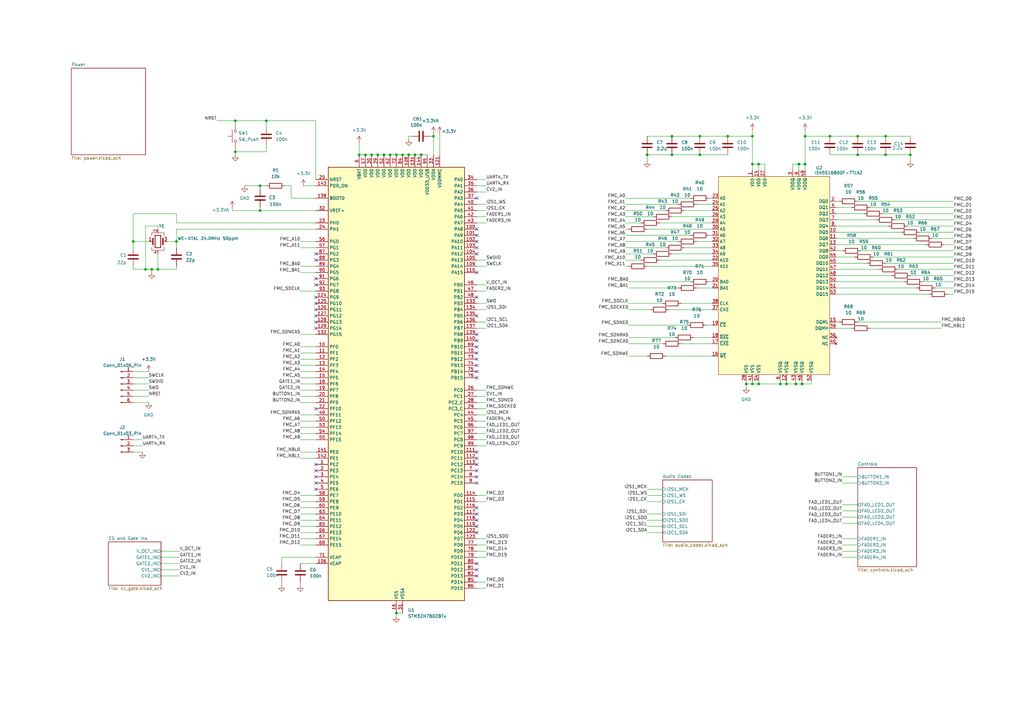
<source format=kicad_sch>
(kicad_sch (version 20231120) (generator "eeschema") (generator_version "8.0")
  (paper "A3")
  (junction (at 330.2 55.88))
  (junction (at 162.56 63.5))
  (junction (at 326.39 157.48))
  (junction (at 165.1 63.5))
  (junction (at 275.59 55.88))
  (junction (at 351.79 55.88))
  (junction (at 351.79 63.5))
  (junction (at 327.66 67.31))
  (junction (at 59.69 110.49))
  (junction (at 167.64 63.5))
  (junction (at 160.02 63.5))
  (junction (at 308.61 157.48))
  (junction (at 177.8 55.88))
  (junction (at 363.22 55.88))
  (junction (at 363.22 63.5))
  (junction (at 96.52 62.23))
  (junction (at 106.68 86.36))
  (junction (at 330.2 67.31))
  (junction (at 62.23 110.49))
  (junction (at 287.02 63.5))
  (junction (at 308.61 67.31))
  (junction (at 311.15 67.31))
  (junction (at 170.18 63.5))
  (junction (at 172.72 63.5))
  (junction (at 287.02 55.88))
  (junction (at 265.43 63.5))
  (junction (at 340.36 55.88))
  (junction (at 149.86 63.5))
  (junction (at 320.04 157.48))
  (junction (at 64.77 110.49))
  (junction (at 96.52 49.53))
  (junction (at 298.45 55.88))
  (junction (at 152.4 63.5))
  (junction (at 54.61 99.06))
  (junction (at 157.48 63.5))
  (junction (at 109.22 49.53))
  (junction (at 72.39 99.06))
  (junction (at 322.58 157.48))
  (junction (at 162.56 251.46))
  (junction (at 311.15 157.48))
  (junction (at 147.32 63.5))
  (junction (at 308.61 55.88))
  (junction (at 154.94 63.5))
  (junction (at 373.38 63.5))
  (junction (at 328.93 157.48))
  (junction (at 106.68 76.2))
  (junction (at 275.59 63.5))
  (junction (at 306.07 157.48))
  (no_connect (at 195.58 198.12))
  (no_connect (at 195.58 231.14))
  (no_connect (at 129.54 116.84))
  (no_connect (at 129.54 121.92))
  (no_connect (at 195.58 190.5))
  (no_connect (at 195.58 101.6))
  (no_connect (at 195.58 208.28))
  (no_connect (at 195.58 218.44))
  (no_connect (at 195.58 137.16))
  (no_connect (at 195.58 104.14))
  (no_connect (at 195.58 93.98))
  (no_connect (at 195.58 121.92))
  (no_connect (at 195.58 236.22))
  (no_connect (at 195.58 154.94))
  (no_connect (at 129.54 127))
  (no_connect (at 129.54 124.46))
  (no_connect (at 195.58 139.7))
  (no_connect (at 195.58 81.28))
  (no_connect (at 195.58 99.06))
  (no_connect (at 129.54 114.3))
  (no_connect (at 195.58 152.4))
  (no_connect (at 195.58 195.58))
  (no_connect (at 129.54 167.64))
  (no_connect (at 195.58 215.9))
  (no_connect (at 129.54 193.04))
  (no_connect (at 129.54 104.14))
  (no_connect (at 129.54 200.66))
  (no_connect (at 195.58 187.96))
  (no_connect (at 195.58 129.54))
  (no_connect (at 195.58 147.32))
  (no_connect (at 195.58 111.76))
  (no_connect (at 129.54 198.12))
  (no_connect (at 129.54 106.68))
  (no_connect (at 195.58 142.24))
  (no_connect (at 129.54 129.54))
  (no_connect (at 195.58 233.68))
  (no_connect (at 195.58 193.04))
  (no_connect (at 195.58 144.78))
  (no_connect (at 129.54 190.5))
  (no_connect (at 129.54 195.58))
  (no_connect (at 195.58 149.86))
  (no_connect (at 129.54 134.62))
  (no_connect (at 129.54 132.08))
  (no_connect (at 195.58 96.52))
  (no_connect (at 195.58 213.36))
  (no_connect (at 195.58 185.42))
  (no_connect (at 195.58 210.82))
  (wire (pts (xy 129.54 86.36) (xy 106.68 86.36)))
  (wire (pts (xy 54.61 152.4) (xy 60.96 152.4)))
  (wire (pts (xy 342.9 82.55) (xy 344.17 82.55)))
  (wire (pts (xy 257.81 146.05) (xy 265.43 146.05)))
  (wire (pts (xy 62.23 110.49) (xy 64.77 110.49)))
  (wire (pts (xy 256.54 86.36) (xy 273.05 86.36)))
  (wire (pts (xy 96.52 49.53) (xy 109.22 49.53)))
  (wire (pts (xy 342.9 120.65) (xy 381 120.65)))
  (wire (pts (xy 59.69 92.71) (xy 59.69 110.49)))
  (wire (pts (xy 157.48 63.5) (xy 160.02 63.5)))
  (wire (pts (xy 342.9 134.62) (xy 349.25 134.62)))
  (wire (pts (xy 298.45 55.88) (xy 308.61 55.88)))
  (wire (pts (xy 363.22 107.95) (xy 391.16 107.95)))
  (wire (pts (xy 342.9 85.09) (xy 349.25 85.09)))
  (wire (pts (xy 361.95 87.63) (xy 391.16 87.63)))
  (wire (pts (xy 123.19 238.76) (xy 123.19 240.03)))
  (wire (pts (xy 270.51 106.68) (xy 292.1 106.68)))
  (wire (pts (xy 123.19 177.8) (xy 129.54 177.8)))
  (wire (pts (xy 342.9 102.87) (xy 345.44 102.87)))
  (wire (pts (xy 308.61 156.21) (xy 308.61 157.48)))
  (wire (pts (xy 373.38 63.5) (xy 363.22 63.5)))
  (wire (pts (xy 123.19 215.9) (xy 129.54 215.9)))
  (wire (pts (xy 154.94 63.5) (xy 157.48 63.5)))
  (wire (pts (xy 195.58 78.74) (xy 199.39 78.74)))
  (wire (pts (xy 320.04 157.48) (xy 322.58 157.48)))
  (wire (pts (xy 342.9 113.03) (xy 365.76 113.03)))
  (wire (pts (xy 54.61 99.06) (xy 60.96 99.06)))
  (wire (pts (xy 388.62 120.65) (xy 391.16 120.65)))
  (wire (pts (xy 328.93 157.48) (xy 332.74 157.48)))
  (wire (pts (xy 88.9 49.53) (xy 96.52 49.53)))
  (wire (pts (xy 256.54 99.06) (xy 278.13 99.06)))
  (wire (pts (xy 308.61 67.31) (xy 308.61 69.85)))
  (wire (pts (xy 195.58 241.3) (xy 199.39 241.3)))
  (wire (pts (xy 170.18 63.5) (xy 172.72 63.5)))
  (wire (pts (xy 306.07 157.48) (xy 306.07 158.75)))
  (wire (pts (xy 195.58 88.9) (xy 199.39 88.9)))
  (wire (pts (xy 342.9 132.08) (xy 344.17 132.08)))
  (wire (pts (xy 195.58 116.84) (xy 199.39 116.84)))
  (wire (pts (xy 313.69 67.31) (xy 313.69 69.85)))
  (wire (pts (xy 123.19 208.28) (xy 129.54 208.28)))
  (wire (pts (xy 160.02 63.5) (xy 162.56 63.5)))
  (wire (pts (xy 54.61 87.63) (xy 54.61 99.06)))
  (wire (pts (xy 66.04 228.6) (xy 73.66 228.6)))
  (wire (pts (xy 115.57 238.76) (xy 115.57 240.03)))
  (wire (pts (xy 311.15 157.48) (xy 320.04 157.48)))
  (wire (pts (xy 54.61 162.56) (xy 60.96 162.56)))
  (wire (pts (xy 195.58 134.62) (xy 199.39 134.62)))
  (wire (pts (xy 285.75 118.11) (xy 292.1 118.11)))
  (wire (pts (xy 54.61 180.34) (xy 58.42 180.34)))
  (wire (pts (xy 195.58 167.64) (xy 199.39 167.64)))
  (wire (pts (xy 287.02 55.88) (xy 298.45 55.88)))
  (wire (pts (xy 322.58 156.21) (xy 322.58 157.48)))
  (wire (pts (xy 345.44 207.01) (xy 351.79 207.01)))
  (wire (pts (xy 342.9 115.57) (xy 370.84 115.57)))
  (wire (pts (xy 123.19 154.94) (xy 129.54 154.94)))
  (wire (pts (xy 72.39 110.49) (xy 72.39 109.22)))
  (wire (pts (xy 265.43 210.82) (xy 271.78 210.82)))
  (wire (pts (xy 265.43 63.5) (xy 265.43 66.04)))
  (wire (pts (xy 256.54 81.28) (xy 283.21 81.28)))
  (wire (pts (xy 109.22 76.2) (xy 106.68 76.2)))
  (wire (pts (xy 119.38 81.28) (xy 129.54 81.28)))
  (wire (pts (xy 96.52 63.5) (xy 96.52 62.23)))
  (wire (pts (xy 256.54 88.9) (xy 267.97 88.9)))
  (wire (pts (xy 257.81 124.46) (xy 271.78 124.46)))
  (wire (pts (xy 162.56 252.73) (xy 162.56 251.46)))
  (wire (pts (xy 279.4 124.46) (xy 292.1 124.46)))
  (wire (pts (xy 195.58 132.08) (xy 199.39 132.08)))
  (wire (pts (xy 195.58 109.22) (xy 199.39 109.22)))
  (wire (pts (xy 195.58 76.2) (xy 199.39 76.2)))
  (wire (pts (xy 106.68 76.2) (xy 100.33 76.2)))
  (wire (pts (xy 54.61 165.1) (xy 60.96 165.1)))
  (wire (pts (xy 308.61 55.88) (xy 308.61 67.31)))
  (wire (pts (xy 356.87 134.62) (xy 386.08 134.62)))
  (wire (pts (xy 265.43 205.74) (xy 271.78 205.74)))
  (wire (pts (xy 327.66 67.31) (xy 325.12 67.31)))
  (wire (pts (xy 106.68 86.36) (xy 95.25 86.36)))
  (wire (pts (xy 129.54 228.6) (xy 115.57 228.6)))
  (wire (pts (xy 123.19 144.78) (xy 129.54 144.78)))
  (wire (pts (xy 351.79 55.88) (xy 340.36 55.88)))
  (wire (pts (xy 66.04 231.14) (xy 73.66 231.14)))
  (wire (pts (xy 195.58 238.76) (xy 199.39 238.76)))
  (wire (pts (xy 377.19 95.25) (xy 391.16 95.25)))
  (wire (pts (xy 199.39 172.72) (xy 195.58 172.72)))
  (wire (pts (xy 180.34 54.61) (xy 180.34 63.5)))
  (wire (pts (xy 54.61 157.48) (xy 60.96 157.48)))
  (wire (pts (xy 116.84 76.2) (xy 119.38 76.2)))
  (wire (pts (xy 54.61 110.49) (xy 54.61 109.22)))
  (wire (pts (xy 123.19 165.1) (xy 129.54 165.1)))
  (wire (pts (xy 356.87 85.09) (xy 391.16 85.09)))
  (wire (pts (xy 345.44 195.58) (xy 351.79 195.58)))
  (wire (pts (xy 64.77 104.14) (xy 64.77 110.49)))
  (wire (pts (xy 280.67 86.36) (xy 292.1 86.36)))
  (wire (pts (xy 265.43 109.22) (xy 292.1 109.22)))
  (wire (pts (xy 308.61 67.31) (xy 311.15 67.31)))
  (wire (pts (xy 59.69 110.49) (xy 62.23 110.49)))
  (wire (pts (xy 72.39 91.44) (xy 129.54 91.44)))
  (wire (pts (xy 195.58 175.26) (xy 199.39 175.26)))
  (wire (pts (xy 123.19 142.24) (xy 129.54 142.24)))
  (wire (pts (xy 358.14 105.41) (xy 391.16 105.41)))
  (wire (pts (xy 147.32 58.42) (xy 147.32 63.5)))
  (wire (pts (xy 320.04 156.21) (xy 320.04 157.48)))
  (wire (pts (xy 54.61 110.49) (xy 59.69 110.49)))
  (wire (pts (xy 345.44 209.55) (xy 351.79 209.55)))
  (wire (pts (xy 62.23 110.49) (xy 62.23 111.76)))
  (wire (pts (xy 54.61 154.94) (xy 60.96 154.94)))
  (wire (pts (xy 199.39 119.38) (xy 195.58 119.38)))
  (wire (pts (xy 123.19 162.56) (xy 129.54 162.56)))
  (wire (pts (xy 123.19 220.98) (xy 129.54 220.98)))
  (wire (pts (xy 66.04 233.68) (xy 73.66 233.68)))
  (wire (pts (xy 345.44 214.63) (xy 351.79 214.63)))
  (wire (pts (xy 54.61 182.88) (xy 58.42 182.88)))
  (wire (pts (xy 256.54 106.68) (xy 262.89 106.68)))
  (wire (pts (xy 195.58 160.02) (xy 199.39 160.02)))
  (wire (pts (xy 280.67 101.6) (xy 292.1 101.6)))
  (wire (pts (xy 54.61 87.63) (xy 72.39 87.63)))
  (wire (pts (xy 123.19 187.96) (xy 129.54 187.96)))
  (wire (pts (xy 373.38 55.88) (xy 363.22 55.88)))
  (wire (pts (xy 256.54 83.82) (xy 278.13 83.82)))
  (wire (pts (xy 195.58 180.34) (xy 199.39 180.34)))
  (wire (pts (xy 172.72 63.5) (xy 175.26 63.5)))
  (wire (pts (xy 265.43 93.98) (xy 292.1 93.98)))
  (wire (pts (xy 257.81 140.97) (xy 271.78 140.97)))
  (wire (pts (xy 123.19 185.42) (xy 129.54 185.42)))
  (wire (pts (xy 123.19 149.86) (xy 129.54 149.86)))
  (wire (pts (xy 306.07 156.21) (xy 306.07 157.48)))
  (wire (pts (xy 275.59 104.14) (xy 292.1 104.14)))
  (wire (pts (xy 332.74 157.48) (xy 332.74 156.21)))
  (wire (pts (xy 306.07 157.48) (xy 308.61 157.48)))
  (wire (pts (xy 66.04 226.06) (xy 73.66 226.06)))
  (wire (pts (xy 327.66 67.31) (xy 327.66 69.85)))
  (wire (pts (xy 123.19 172.72) (xy 129.54 172.72)))
  (wire (pts (xy 265.43 218.44) (xy 271.78 218.44)))
  (wire (pts (xy 123.19 203.2) (xy 129.54 203.2)))
  (wire (pts (xy 72.39 87.63) (xy 72.39 91.44)))
  (wire (pts (xy 257.81 133.35) (xy 281.94 133.35)))
  (wire (pts (xy 162.56 63.5) (xy 165.1 63.5)))
  (wire (pts (xy 265.43 215.9) (xy 271.78 215.9)))
  (wire (pts (xy 54.61 101.6) (xy 54.61 99.06)))
  (wire (pts (xy 177.8 55.88) (xy 177.8 63.5)))
  (wire (pts (xy 256.54 96.52) (xy 283.21 96.52)))
  (wire (pts (xy 72.39 101.6) (xy 72.39 99.06)))
  (wire (pts (xy 265.43 55.88) (xy 275.59 55.88)))
  (wire (pts (xy 342.9 100.33) (xy 379.73 100.33)))
  (wire (pts (xy 195.58 205.74) (xy 199.39 205.74)))
  (wire (pts (xy 109.22 59.69) (xy 109.22 62.23)))
  (wire (pts (xy 167.64 63.5) (xy 170.18 63.5)))
  (wire (pts (xy 109.22 49.53) (xy 109.22 52.07)))
  (wire (pts (xy 383.54 118.11) (xy 391.16 118.11)))
  (wire (pts (xy 378.46 115.57) (xy 391.16 115.57)))
  (wire (pts (xy 275.59 55.88) (xy 287.02 55.88)))
  (wire (pts (xy 275.59 63.5) (xy 287.02 63.5)))
  (wire (pts (xy 109.22 49.53) (xy 129.54 49.53)))
  (wire (pts (xy 342.9 97.79) (xy 374.65 97.79)))
  (wire (pts (xy 152.4 63.5) (xy 154.94 63.5)))
  (wire (pts (xy 342.9 105.41) (xy 350.52 105.41)))
  (wire (pts (xy 367.03 90.17) (xy 391.16 90.17)))
  (wire (pts (xy 123.19 210.82) (xy 129.54 210.82)))
  (wire (pts (xy 256.54 101.6) (xy 273.05 101.6)))
  (wire (pts (xy 372.11 92.71) (xy 391.16 92.71)))
  (wire (pts (xy 256.54 91.44) (xy 262.89 91.44)))
  (wire (pts (xy 342.9 92.71) (xy 364.49 92.71)))
  (wire (pts (xy 273.05 146.05) (xy 292.1 146.05)))
  (wire (pts (xy 345.44 228.6) (xy 351.79 228.6)))
  (wire (pts (xy 66.04 236.22) (xy 73.66 236.22)))
  (wire (pts (xy 123.19 180.34) (xy 129.54 180.34)))
  (wire (pts (xy 115.57 228.6) (xy 115.57 231.14)))
  (wire (pts (xy 342.9 87.63) (xy 354.33 87.63)))
  (wire (pts (xy 328.93 156.21) (xy 328.93 157.48)))
  (wire (pts (xy 54.61 185.42) (xy 58.42 185.42)))
  (wire (pts (xy 123.19 223.52) (xy 129.54 223.52)))
  (wire (pts (xy 308.61 157.48) (xy 311.15 157.48)))
  (wire (pts (xy 345.44 220.98) (xy 351.79 220.98)))
  (wire (pts (xy 199.39 91.44) (xy 195.58 91.44)))
  (wire (pts (xy 340.36 55.88) (xy 330.2 55.88)))
  (wire (pts (xy 195.58 73.66) (xy 199.39 73.66)))
  (wire (pts (xy 123.19 111.76) (xy 129.54 111.76)))
  (wire (pts (xy 123.19 213.36) (xy 129.54 213.36)))
  (wire (pts (xy 123.19 231.14) (xy 129.54 231.14)))
  (wire (pts (xy 129.54 160.02) (xy 123.19 160.02)))
  (wire (pts (xy 119.38 76.2) (xy 119.38 81.28)))
  (wire (pts (xy 109.22 62.23) (xy 96.52 62.23)))
  (wire (pts (xy 195.58 226.06) (xy 199.39 226.06)))
  (wire (pts (xy 72.39 93.98) (xy 129.54 93.98)))
  (wire (pts (xy 177.8 54.61) (xy 177.8 55.88)))
  (wire (pts (xy 195.58 165.1) (xy 199.39 165.1)))
  (wire (pts (xy 290.83 96.52) (xy 292.1 96.52)))
  (wire (pts (xy 124.46 76.2) (xy 129.54 76.2)))
  (wire (pts (xy 311.15 67.31) (xy 313.69 67.31)))
  (wire (pts (xy 96.52 49.53) (xy 96.52 50.8)))
  (wire (pts (xy 330.2 69.85) (xy 330.2 67.31)))
  (wire (pts (xy 363.22 63.5) (xy 351.79 63.5)))
  (wire (pts (xy 165.1 63.5) (xy 167.64 63.5)))
  (wire (pts (xy 345.44 212.09) (xy 351.79 212.09)))
  (wire (pts (xy 342.9 107.95) (xy 355.6 107.95)))
  (wire (pts (xy 311.15 156.21) (xy 311.15 157.48)))
  (wire (pts (xy 123.19 175.26) (xy 129.54 175.26)))
  (wire (pts (xy 256.54 104.14) (xy 267.97 104.14)))
  (wire (pts (xy 287.02 63.5) (xy 298.45 63.5)))
  (wire (pts (xy 256.54 109.22) (xy 257.81 109.22)))
  (wire (pts (xy 274.32 127) (xy 292.1 127)))
  (wire (pts (xy 387.35 100.33) (xy 391.16 100.33)))
  (wire (pts (xy 162.56 251.46) (xy 165.1 251.46)))
  (wire (pts (xy 195.58 124.46) (xy 199.39 124.46)))
  (wire (pts (xy 147.32 63.5) (xy 149.86 63.5)))
  (wire (pts (xy 195.58 182.88) (xy 199.39 182.88)))
  (wire (pts (xy 195.58 83.82) (xy 199.39 83.82)))
  (wire (pts (xy 195.58 220.98) (xy 199.39 220.98)))
  (wire (pts (xy 326.39 157.48) (xy 328.93 157.48)))
  (wire (pts (xy 195.58 162.56) (xy 199.39 162.56)))
  (wire (pts (xy 279.4 140.97) (xy 292.1 140.97)))
  (wire (pts (xy 257.81 118.11) (xy 278.13 118.11)))
  (wire (pts (xy 96.52 60.96) (xy 96.52 62.23)))
  (wire (pts (xy 325.12 67.31) (xy 325.12 69.85)))
  (wire (pts (xy 123.19 109.22) (xy 129.54 109.22)))
  (wire (pts (xy 342.9 110.49) (xy 360.68 110.49)))
  (wire (pts (xy 106.68 85.09) (xy 106.68 86.36)))
  (wire (pts (xy 123.19 137.16) (xy 129.54 137.16)))
  (wire (pts (xy 265.43 213.36) (xy 271.78 213.36)))
  (wire (pts (xy 290.83 81.28) (xy 292.1 81.28)))
  (wire (pts (xy 195.58 177.8) (xy 199.39 177.8)))
  (wire (pts (xy 265.43 200.66) (xy 271.78 200.66)))
  (wire (pts (xy 64.77 92.71) (xy 64.77 93.98)))
  (wire (pts (xy 265.43 203.2) (xy 271.78 203.2)))
  (wire (pts (xy 351.79 82.55) (xy 391.16 82.55)))
  (wire (pts (xy 257.81 115.57) (xy 283.21 115.57)))
  (wire (pts (xy 68.58 99.06) (xy 72.39 99.06)))
  (wire (pts (xy 368.3 110.49) (xy 391.16 110.49)))
  (wire (pts (xy 382.27 97.79) (xy 391.16 97.79)))
  (wire (pts (xy 290.83 115.57) (xy 292.1 115.57)))
  (wire (pts (xy 195.58 127) (xy 199.39 127)))
  (wire (pts (xy 123.19 119.38) (xy 129.54 119.38)))
  (wire (pts (xy 345.44 198.12) (xy 351.79 198.12)))
  (wire (pts (xy 123.19 101.6) (xy 129.54 101.6)))
  (wire (pts (xy 330.2 67.31) (xy 327.66 67.31)))
  (wire (pts (xy 72.39 93.98) (xy 72.39 99.06)))
  (wire (pts (xy 353.06 102.87) (xy 391.16 102.87)))
  (wire (pts (xy 123.19 99.06) (xy 129.54 99.06)))
  (wire (pts (xy 285.75 99.06) (xy 292.1 99.06)))
  (wire (pts (xy 256.54 93.98) (xy 257.81 93.98)))
  (wire (pts (xy 123.19 205.74) (xy 129.54 205.74)))
  (wire (pts (xy 345.44 223.52) (xy 351.79 223.52)))
  (wire (pts (xy 176.53 55.88) (xy 177.8 55.88)))
  (wire (pts (xy 308.61 55.88) (xy 308.61 53.34)))
  (wire (pts (xy 289.56 133.35) (xy 292.1 133.35)))
  (wire (pts (xy 351.79 63.5) (xy 340.36 63.5)))
  (wire (pts (xy 345.44 226.06) (xy 351.79 226.06)))
  (wire (pts (xy 373.38 63.5) (xy 373.38 66.04)))
  (wire (pts (xy 195.58 203.2) (xy 199.39 203.2)))
  (wire (pts (xy 167.64 55.88) (xy 168.91 55.88)))
  (wire (pts (xy 195.58 228.6) (xy 199.39 228.6)))
  (wire (pts (xy 54.61 160.02) (xy 60.96 160.02)))
  (wire (pts (xy 322.58 157.48) (xy 326.39 157.48)))
  (wire (pts (xy 311.15 67.31) (xy 311.15 69.85)))
  (wire (pts (xy 373.38 113.03) (xy 391.16 113.03)))
  (wire (pts (xy 95.25 85.09) (xy 95.25 86.36)))
  (wire (pts (xy 195.58 106.68) (xy 199.39 106.68)))
  (wire (pts (xy 64.77 92.71) (xy 59.69 92.71)))
  (wire (pts (xy 123.19 170.18) (xy 129.54 170.18)))
  (wire (pts (xy 195.58 86.36) (xy 199.39 86.36)))
  (wire (pts (xy 285.75 83.82) (xy 292.1 83.82)))
  (wire (pts (xy 284.48 138.43) (xy 292.1 138.43)))
  (wire (pts (xy 123.19 152.4) (xy 129.54 152.4)))
  (wire (pts (xy 265.43 63.5) (xy 275.59 63.5)))
  (wire (pts (xy 270.51 91.44) (xy 292.1 91.44)))
  (wire (pts (xy 149.86 63.5) (xy 152.4 63.5)))
  (wire (pts (xy 342.9 95.25) (xy 369.57 95.25)))
  (wire (pts (xy 64.77 110.49) (xy 72.39 110.49)))
  (wire (pts (xy 123.19 218.44) (xy 129.54 218.44)))
  (wire (pts (xy 195.58 170.18) (xy 199.39 170.18)))
  (wire (pts (xy 123.19 147.32) (xy 129.54 147.32)))
  (wire (pts (xy 195.58 223.52) (xy 199.39 223.52)))
  (wire (pts (xy 129.54 49.53) (xy 129.54 73.66)))
  (wire (pts (xy 342.9 118.11) (xy 375.92 118.11)))
  (wire (pts (xy 275.59 88.9) (xy 292.1 88.9)))
  (wire (pts (xy 351.79 132.08) (xy 386.08 132.08)))
  (wire (pts (xy 167.64 57.15) (xy 167.64 55.88)))
  (wire (pts (xy 330.2 55.88) (xy 330.2 53.34)))
  (wire (pts (xy 257.81 127) (xy 266.7 127)))
  (wire (pts (xy 363.22 55.88) (xy 351.79 55.88)))
  (wire (pts (xy 330.2 55.88) (xy 330.2 67.31)))
  (wire (pts (xy 342.9 90.17) (xy 359.41 90.17)))
  (wire (pts (xy 326.39 156.21) (xy 326.39 157.48)))
  (wire (pts (xy 129.54 157.48) (xy 123.19 157.48)))
  (wire (pts (xy 106.68 77.47) (xy 106.68 76.2)))
  (wire (pts (xy 257.81 138.43) (xy 276.86 138.43)))
  (label "FADER1_IN" (at 345.44 220.98 180))
  (label "FMC_SDNCAS" (at 257.81 140.97 180))
  (label "FMC_NBL0" (at 123.19 185.42 180))
  (label "I2C1_SCL" (at 199.39 132.08 0))
  (label "FMC_A2" (at 256.54 86.36 180))
  (label "CV2_IN" (at 73.66 236.22 0))
  (label "FMC_A8" (at 256.54 101.6 180))
  (label "UART4_TX" (at 58.42 180.34 0))
  (label "I2S1_WS" (at 265.43 203.2 180))
  (label "UART4_RX" (at 199.39 76.2 0))
  (label "BUTTON1_IN" (at 123.19 162.56 180))
  (label "CV1_IN" (at 199.39 162.56 0))
  (label "FMC_D11" (at 123.19 220.98 180))
  (label "FMC_D5" (at 123.19 205.74 180))
  (label "FADER1_IN" (at 199.39 88.9 0))
  (label "FMC_A5" (at 256.54 93.98 180))
  (label "FMC_A0" (at 123.19 142.24 180))
  (label "FADER4_IN" (at 199.39 172.72 0))
  (label "I2S1_MCK" (at 199.39 170.18 0))
  (label "SWO" (at 199.39 124.46 0))
  (label "FMC_D2" (at 391.16 87.63 0))
  (label "FMC_A3" (at 123.19 149.86 180))
  (label "FMC_A10" (at 123.19 99.06 180))
  (label "FAD_LED3_OUT" (at 199.39 180.34 0))
  (label "FAD_LED1_OUT" (at 345.44 207.01 180))
  (label "FMC_D4" (at 391.16 92.71 0))
  (label "FMC_D9" (at 123.19 215.9 180))
  (label "FMC_SDCLK" (at 123.19 119.38 180))
  (label "SWCLK" (at 199.39 109.22 0))
  (label "NRST" (at 60.96 162.56 0))
  (label "FMC_D13" (at 199.39 223.52 0))
  (label "FMC_D10" (at 391.16 107.95 0))
  (label "FMC_D4" (at 123.19 203.2 180))
  (label "FMC_A2" (at 123.19 147.32 180))
  (label "FMC_A1" (at 256.54 83.82 180))
  (label "FMC_A6" (at 256.54 96.52 180))
  (label "FMC_BA0" (at 123.19 109.22 180))
  (label "FMC_A9" (at 256.54 104.14 180))
  (label "FMC_D6" (at 123.19 208.28 180))
  (label "FAD_LED1_OUT" (at 199.39 175.26 0))
  (label "BUTTON2_IN" (at 345.44 198.12 180))
  (label "SWCLK" (at 60.96 154.94 0))
  (label "I2S1_SDO" (at 199.39 220.98 0))
  (label "FMC_SDNWE" (at 257.81 146.05 180))
  (label "UART4_TX" (at 199.39 73.66 0))
  (label "FMC_D6" (at 391.16 97.79 0))
  (label "I2C1_SDA" (at 199.39 134.62 0))
  (label "FMC_D7" (at 123.19 210.82 180))
  (label "FMC_D3" (at 391.16 90.17 0))
  (label "FMC_D9" (at 391.16 105.41 0))
  (label "SWDIO" (at 60.96 157.48 0))
  (label "FMC_D12" (at 123.19 223.52 180))
  (label "FMC_NBL0" (at 386.08 132.08 0))
  (label "FMC_D5" (at 391.16 95.25 0))
  (label "FMC_D12" (at 391.16 113.03 0))
  (label "FMC_SDNRAS" (at 123.19 170.18 180))
  (label "FMC_A10" (at 256.54 106.68 180))
  (label "BUTTON1_IN" (at 345.44 195.58 180))
  (label "GATE2_IN" (at 123.19 160.02 180))
  (label "FMC_A5" (at 123.19 154.94 180))
  (label "FMC_A8" (at 123.19 177.8 180))
  (label "GATE1_IN" (at 73.66 228.6 0))
  (label "FMC_D2" (at 199.39 203.2 0))
  (label "FMC_SDCKE0" (at 257.81 127 180))
  (label "FMC_D10" (at 123.19 218.44 180))
  (label "NRST" (at 88.9 49.53 180))
  (label "FMC_D8" (at 391.16 102.87 0))
  (label "GATE2_IN" (at 73.66 231.14 0))
  (label "FADER3_IN" (at 345.44 226.06 180))
  (label "UART4_RX" (at 58.42 182.88 0))
  (label "FMC_A4" (at 256.54 91.44 180))
  (label "FMC_D7" (at 391.16 100.33 0))
  (label "I2S1_SDI" (at 265.43 210.82 180))
  (label "FMC_D0" (at 391.16 82.55 0))
  (label "FADER3_IN" (at 199.39 91.44 0))
  (label "FMC_D11" (at 391.16 110.49 0))
  (label "FMC_D3" (at 199.39 205.74 0))
  (label "FMC_D1" (at 199.39 241.3 0))
  (label "FMC_SDCKE0" (at 199.39 167.64 0))
  (label "FAD_LED3_OUT" (at 345.44 212.09 180))
  (label "FMC_D15" (at 199.39 228.6 0))
  (label "FMC_A7" (at 123.19 175.26 180))
  (label "FMC_BA1" (at 257.81 118.11 180))
  (label "FMC_SDCLK" (at 257.81 124.46 180))
  (label "FMC_BA0" (at 257.81 115.57 180))
  (label "I2S1_SDO" (at 265.43 213.36 180))
  (label "FMC_NBL1" (at 386.08 134.62 0))
  (label "FADER2_IN" (at 345.44 223.52 180))
  (label "FMC_SDNWE" (at 199.39 160.02 0))
  (label "GATE1_IN" (at 123.19 157.48 180))
  (label "V_OCT_IN" (at 199.39 116.84 0))
  (label "FMC_A4" (at 123.19 152.4 180))
  (label "FADER4_IN" (at 345.44 228.6 180))
  (label "FMC_SDNE0" (at 257.81 133.35 180))
  (label "I2S1_CK" (at 199.39 86.36 0))
  (label "FMC_A11" (at 256.54 109.22 180))
  (label "SWDIO" (at 199.39 106.68 0))
  (label "FMC_SDNE0" (at 199.39 165.1 0))
  (label "I2S1_SDI" (at 199.39 127 0))
  (label "SWO" (at 60.96 160.02 0))
  (label "FMC_D1" (at 391.16 85.09 0))
  (label "FMC_A6" (at 123.19 172.72 180))
  (label "BUTTON2_IN" (at 123.19 165.1 180))
  (label "FAD_LED2_OUT" (at 199.39 177.8 0))
  (label "I2C1_SDA" (at 265.43 218.44 180))
  (label "FMC_A0" (at 256.54 81.28 180))
  (label "FMC_D13" (at 391.16 115.57 0))
  (label "FMC_D0" (at 199.39 238.76 0))
  (label "FMC_D15" (at 391.16 120.65 0))
  (label "I2C1_SCL" (at 265.43 215.9 180))
  (label "CV1_IN" (at 73.66 233.68 0))
  (label "FMC_A9" (at 123.19 180.34 180))
  (label "FAD_LED4_OUT" (at 345.44 214.63 180))
  (label "FAD_LED2_OUT" (at 345.44 209.55 180))
  (label "FMC_D8" (at 123.19 213.36 180))
  (label "FMC_SDNRAS" (at 257.81 138.43 180))
  (label "CV2_IN" (at 199.39 78.74 0))
  (label "I2S1_WS" (at 199.39 83.82 0))
  (label "FMC_A11" (at 123.19 101.6 180))
  (label "FMC_A3" (at 256.54 88.9 180))
  (label "FAD_LED4_OUT" (at 199.39 182.88 0))
  (label "FMC_A1" (at 123.19 144.78 180))
  (label "FMC_BA1" (at 123.19 111.76 180))
  (label "FMC_SDNCAS" (at 123.19 137.16 180))
  (label "FMC_NBL1" (at 123.19 187.96 180))
  (label "FMC_A7" (at 256.54 99.06 180))
  (label "FMC_D14" (at 391.16 118.11 0))
  (label "V_OCT_IN" (at 73.66 226.06 0))
  (label "I2S1_CK" (at 265.43 205.74 180))
  (label "FMC_D14" (at 199.39 226.06 0))
  (label "FADER2_IN" (at 199.39 119.38 0))
  (label "I2S1_MCK" (at 265.43 200.66 180))
  (symbol (lib_id "Device:R") (at 353.06 134.62 270) (mirror x) (unit 1)
    (property "Reference" "R69" (at 353.06 128.27 90))
    (property "Value" "10" (at 353.06 130.81 90))
    (property "Description" "Resistor" (effects (hide yes)))
  )
  (symbol (lib_id "Device:R") (at 359.41 107.95 270) (mirror x) (unit 1)
    (property "Reference" "R60" (at 359.41 101.6 90))
    (property "Value" "10" (at 359.41 104.14 90))
    (property "Description" "Resistor" (effects (hide yes)))
  )
  (symbol (lib_id "power:+3.3V") (at 308.61 53.34 0) (unit 1)
    (property "Reference" "#PWR017" (effects (hide yes)))
    (property "Value" "+3.3V" (at 308.61 48.26 0))
    (property "Description" "Power symbol creates a global label with name \"+3.3V\"" (effects (hide yes)))
  )
  (symbol (lib_id "Device:R") (at 287.02 115.57 90) (unit 1)
    (property "Reference" "R71" (at 287.02 109.22 90))
    (property "Value" "10" (at 287.02 111.76 90))
    (property "Description" "Resistor" (effects (hide yes)))
  )
  (symbol (lib_id "Device:C") (at 373.38 59.69 0) (mirror y) (unit 1)
    (property "Reference" "C14" (at 370.586 58.928 0) (effects (justify left)))
    (property "Value" "2.2u" (at 370.332 60.706 0) (effects (justify left)))
    (property "Footprint" "Capacitor_SMD:C_0603_1608Metric" (effects (hide yes)))
    (property "Description" "Unpolarized capacitor" (effects (hide yes)))
    (property "Manufacturer_Name" " Samsung Electro-Mechanics " (effects (hide yes)))
    (property "Manufacturer_Part_Number" "CL10A225KP8NNWC " (effects (hide yes)))
    (property "Mouser Part Number" "187-CL10A225KP8NNWC " (effects (hide yes)))
  )
  (symbol (lib_id "Device:R") (at 363.22 90.17 270) (mirror x) (unit 1)
    (property "Reference" "R54" (at 363.22 83.82 90))
    (property "Value" "10" (at 363.22 86.36 90))
    (property "Description" "Resistor" (effects (hide yes)))
  )
  (symbol (lib_id "Device:R") (at 281.94 83.82 90) (unit 1)
    (property "Reference" "R41" (at 281.94 77.47 90))
    (property "Value" "10" (at 281.94 80.01 90))
    (property "Description" "Resistor" (effects (hide yes)))
  )
  (symbol (lib_id "Device:R") (at 383.54 100.33 270) (mirror x) (unit 1)
    (property "Reference" "R67" (at 383.54 93.98 90))
    (property "Value" "10" (at 383.54 96.52 90))
    (property "Description" "Resistor" (effects (hide yes)))
  )
  (symbol (lib_id "Device:R") (at 349.25 102.87 270) (mirror x) (unit 1)
    (property "Reference" "R58" (at 349.25 96.52 90))
    (property "Value" "10" (at 349.25 99.06 90))
    (property "Description" "Resistor" (effects (hide yes)))
  )
  (symbol (lib_id "Device:R") (at 275.59 124.46 90) (unit 1)
    (property "Reference" "R73" (at 275.59 118.11 90))
    (property "Value" "10" (at 275.59 120.65 90))
    (property "Description" "Resistor" (effects (hide yes)))
  )
  (symbol (lib_id "Device:Crystal_GND24") (at 64.77 99.06 0) (unit 1)
    (property "Reference" "Y1" (at 66.294 92.71 0))
    (property "Value" "WE-XTAL 24.0MHz 50ppm" (at 85.344 97.79 0))
    (property "Footprint" "Crystal:Crystal_SMD_3225-4Pin_3.2x2.5mm_HandSoldering" (effects (hide yes)))
    (property "Description" "Four pin crystal, GND on pins 2 and 4" (effects (hide yes)))
    (property "Manufacturer_Name" "Wurth Elektronik" (effects (hide yes)))
    (property "Manufacturer_Part_Number" "830064703 " (effects (hide yes)))
    (property "Mouser Part Number" " 710-830064703 " (effects (hide yes)))
  )
  (symbol (lib_id "power:GND") (at 265.43 66.04 0) (unit 1)
    (property "Reference" "#PWR015" (effects (hide yes)))
    (property "Value" "GND" (effects (hide yes)))
    (property "Description" "Power symbol creates a global label with name \"GND\" , ground" (effects (hide yes)))
  )
  (symbol (lib_id "Device:R") (at 269.24 146.05 90) (unit 1)
    (property "Reference" "R77" (at 269.24 139.7 90))
    (property "Value" "10" (at 269.24 142.24 90))
    (property "Description" "Resistor" (effects (hide yes)))
  )
  (symbol (lib_id "Device:R") (at 280.67 138.43 90) (unit 1)
    (property "Reference" "R75" (at 280.67 132.08 90))
    (property "Value" "10" (at 280.67 134.62 90))
    (property "Description" "Resistor" (effects (hide yes)))
  )
  (symbol (lib_id "Device:R") (at 276.86 86.36 90) (unit 1)
    (property "Reference" "R42" (at 276.86 80.01 90))
    (property "Value" "10" (at 276.86 82.55 90))
    (property "Description" "Resistor" (effects (hide yes)))
  )
  (symbol (lib_id "power:GND") (at 58.42 185.42 0) (unit 1)
    (property "Reference" "#PWR01" (effects (hide yes)))
    (property "Value" "GND" (effects (hide yes)))
    (property "Description" "Power symbol creates a global label with name \"GND\" , ground" (effects (hide yes)))
  )
  (symbol (lib_id "power:+3.3V") (at 147.32 58.42 0) (unit 1)
    (property "Reference" "#PWR011" (effects (hide yes)))
    (property "Value" "+3.3V" (at 147.32 53.34 0))
    (property "Description" "Power symbol creates a global label with name \"+3.3V\"" (effects (hide yes)))
  )
  (symbol (lib_id "Device:R") (at 364.49 110.49 270) (mirror x) (unit 1)
    (property "Reference" "R61" (at 364.49 104.14 90))
    (property "Value" "10" (at 364.49 106.68 90))
    (property "Description" "Resistor" (effects (hide yes)))
  )
  (symbol (lib_id "Device:C") (at 106.68 81.28 0) (unit 1)
    (property "Reference" "C3" (at 110.236 81.026 0) (effects (justify left)))
    (property "Value" "100n" (at 110.49 83.82 0) (effects (justify left)))
    (property "Footprint" "Capacitor_SMD:C_0603_1608Metric" (effects (hide yes)))
    (property "Description" "Unpolarized capacitor" (effects (hide yes)))
    (property "Manufacturer_Name" "KYOCERA AVX " (effects (hide yes)))
    (property "Manufacturer_Part_Number" "KAF15BR72A104KT" (effects (hide yes)))
    (property "Mouser Part Number" "581-KAF15BR72A104KT" (effects (hide yes)))
  )
  (symbol (lib_id "power:GND") (at 60.96 165.1 0) (unit 1)
    (property "Reference" "#PWR03" (effects (hide yes)))
    (property "Value" "GND" (at 60.96 170.18 0))
    (property "Description" "Power symbol creates a global label with name \"GND\" , ground" (effects (hide yes)))
  )
  (symbol (lib_id "Device:R") (at 276.86 101.6 90) (unit 1)
    (property "Reference" "R47" (at 276.86 95.25 90))
    (property "Value" "10" (at 276.86 97.79 90))
    (property "Description" "Resistor" (effects (hide yes)))
  )
  (symbol (lib_id "power:GND") (at 96.52 63.5 0) (unit 1)
    (property "Reference" "#PWR06" (effects (hide yes)))
    (property "Value" "GND" (effects (hide yes)))
    (property "Description" "Power symbol creates a global label with name \"GND\" , ground" (effects (hide yes)))
  )
  (symbol (lib_id "power:GND") (at 123.19 240.03 0) (unit 1)
    (property "Reference" "#PWR09" (effects (hide yes)))
    (property "Value" "GND" (effects (hide yes)))
    (property "Description" "Power symbol creates a global label with name \"GND\" , ground" (effects (hide yes)))
  )
  (symbol (lib_id "Device:C") (at 72.39 105.41 0) (unit 1)
    (property "Reference" "C2" (at 76.2 104.1399 0) (effects (justify left)))
    (property "Value" "22p" (at 76.2 106.6799 0) (effects (justify left)))
    (property "Footprint" "Capacitor_SMD:C_0603_1608Metric" (effects (hide yes)))
    (property "Description" "Unpolarized capacitor" (effects (hide yes)))
    (property "Manufacturer_Name" " KEMET " (effects (hide yes)))
    (property "Manufacturer_Part_Number" " C0603C220J1GACTU" (effects (hide yes)))
    (property "Mouser Part Number" " 80-C0603C220J1G" (effects (hide yes)))
  )
  (symbol (lib_id "Device:R") (at 373.38 95.25 270) (mirror x) (unit 1)
    (property "Reference" "R52" (at 373.38 88.9 90))
    (property "Value" "10" (at 373.38 91.44 90))
    (property "Description" "Resistor" (effects (hide yes)))
  )
  (symbol (lib_id "Device:C") (at 109.22 55.88 0) (unit 1)
    (property "Reference" "C4" (at 113.03 54.6099 0) (effects (justify left)))
    (property "Value" "100n" (at 113.03 57.1499 0) (effects (justify left)))
    (property "Footprint" "Capacitor_SMD:C_0603_1608Metric" (effects (hide yes)))
    (property "Description" "Unpolarized capacitor" (effects (hide yes)))
    (property "Manufacturer_Name" "KYOCERA AVX " (effects (hide yes)))
    (property "Manufacturer_Part_Number" "KAF15BR72A104KT" (effects (hide yes)))
    (property "Mouser Part Number" "581-KAF15BR72A104KT" (effects (hide yes)))
  )
  (symbol (lib_id "Device:R") (at 281.94 99.06 90) (unit 1)
    (property "Reference" "R48" (at 281.94 92.71 90))
    (property "Value" "10" (at 281.94 95.25 90))
    (property "Description" "Resistor" (effects (hide yes)))
  )
  (symbol (lib_id "Device:C") (at 54.61 105.41 0) (unit 1)
    (property "Reference" "C1" (at 49.276 104.648 0) (effects (justify left)))
    (property "Value" "22p" (at 48.006 107.696 0) (effects (justify left)))
    (property "Footprint" "Capacitor_SMD:C_0603_1608Metric" (effects (hide yes)))
    (property "Description" "Unpolarized capacitor" (effects (hide yes)))
    (property "Manufacturer_Name" " KEMET " (effects (hide yes)))
    (property "Manufacturer_Part_Number" " C0603C220J1GACTU" (effects (hide yes)))
    (property "Mouser Part Number" " 80-C0603C220J1G" (effects (hide yes)))
  )
  (symbol (lib_id "Device:R") (at 275.59 140.97 90) (unit 1)
    (property "Reference" "R74" (at 275.59 134.62 90))
    (property "Value" "10" (at 275.59 137.16 90))
    (property "Description" "Resistor" (effects (hide yes)))
  )
  (symbol (lib_id "Eurorack_components:IS45S16800F-7TLA2") (at 317.5 111.76 0) (unit 1)
    (property "Reference" "U2" (at 336.042 68.834 0))
    (property "Value" "IS45S16800F-7TLA2" (at 343.916 70.866 0))
    (property "Footprint" "Eurorack:SOP80P1176X120-54N" (effects (hide yes)))
    (property "Datasheet" "https://eu.mouser.com/datasheet/2/198/42_45S81600F_16800F-258526.pdf" (effects (hide yes)))
    (property "Description" "128MBit SDRAM 2M x16 x4 Banks" (effects (hide yes)))
    (property "Manufacturer_Name" " ISSI " (effects (hide yes)))
    (property "Manufacturer_Part_Number" "IS45S16800F-7TLA2" (effects (hide yes)))
    (property "Mouser Part Number" " 870-IS45S16800F7TLA2 " (effects (hide yes)))
  )
  (symbol (lib_id "Device:R") (at 369.57 113.03 270) (mirror x) (unit 1)
    (property "Reference" "R62" (at 369.57 106.68 90))
    (property "Value" "10" (at 369.57 109.22 90))
    (property "Description" "Resistor" (effects (hide yes)))
  )
  (symbol (lib_id "power:GND") (at 162.56 252.73 0) (unit 1)
    (property "Reference" "#PWR012" (effects (hide yes)))
    (property "Value" "GND" (effects (hide yes)))
    (property "Description" "Power symbol creates a global label with name \"GND\" , ground" (effects (hide yes)))
  )
  (symbol (lib_id "power:GND") (at 62.23 111.76 0) (unit 1)
    (property "Reference" "#PWR04" (effects (hide yes)))
    (property "Value" "GND" (effects (hide yes)))
    (property "Description" "Power symbol creates a global label with name \"GND\" , ground" (effects (hide yes)))
  )
  (symbol (lib_id "power:GND") (at 373.38 66.04 0) (mirror y) (unit 1)
    (property "Reference" "#PWR019" (effects (hide yes)))
    (property "Value" "GND" (effects (hide yes)))
    (property "Description" "Power symbol creates a global label with name \"GND\" , ground" (effects (hide yes)))
  )
  (symbol (lib_id "Device:R") (at 287.02 96.52 90) (unit 1)
    (property "Reference" "R49" (at 287.02 90.17 90))
    (property "Value" "10" (at 287.02 92.71 90))
    (property "Description" "Resistor" (effects (hide yes)))
  )
  (symbol (lib_id "power:+3.3VA") (at 95.25 85.09 0) (unit 1)
    (property "Reference" "#PWR05" (effects (hide yes)))
    (property "Value" "+3.3VA" (at 90.424 86.106 0))
    (property "Description" "Power symbol creates a global label with name \"+3.3VA\"" (effects (hide yes)))
  )
  (symbol (lib_id "Device:C") (at 287.02 59.69 0) (unit 1)
    (property "Reference" "C9" (at 290.83 58.4199 0) (effects (justify left)))
    (property "Value" "100n" (at 290.83 60.9599 0) (effects (justify left)))
    (property "Footprint" "Capacitor_SMD:C_0603_1608Metric" (effects (hide yes)))
    (property "Description" "Unpolarized capacitor" (effects (hide yes)))
    (property "Manufacturer_Name" "KYOCERA AVX " (effects (hide yes)))
    (property "Manufacturer_Part_Number" "KAF15BR72A104KT" (effects (hide yes)))
    (property "Mouser Part Number" "581-KAF15BR72A104KT" (effects (hide yes)))
  )
  (symbol (lib_id "Device:C") (at 340.36 59.69 0) (mirror y) (unit 1)
    (property "Reference" "C11" (at 336.55 58.4199 0) (effects (justify left)))
    (property "Value" "100n" (at 336.55 60.9599 0) (effects (justify left)))
    (property "Footprint" "Capacitor_SMD:C_0603_1608Metric" (effects (hide yes)))
    (property "Description" "Unpolarized capacitor" (effects (hide yes)))
    (property "Manufacturer_Name" "KYOCERA AVX " (effects (hide yes)))
    (property "Manufacturer_Part_Number" "KAF15BR72A104KT" (effects (hide yes)))
    (property "Mouser Part Number" "581-KAF15BR72A104KT" (effects (hide yes)))
  )
  (symbol (lib_id "power:GND") (at 115.57 240.03 0) (unit 1)
    (property "Reference" "#PWR08" (effects (hide yes)))
    (property "Value" "GND" (effects (hide yes)))
    (property "Description" "Power symbol creates a global label with name \"GND\" , ground" (effects (hide yes)))
  )
  (symbol (lib_id "Device:C") (at 298.45 59.69 0) (unit 1)
    (property "Reference" "C10" (at 302.26 58.4199 0) (effects (justify left)))
    (property "Value" "100n" (at 302.26 60.9599 0) (effects (justify left)))
    (property "Footprint" "Capacitor_SMD:C_0603_1608Metric" (effects (hide yes)))
    (property "Description" "Unpolarized capacitor" (effects (hide yes)))
    (property "Manufacturer_Name" "KYOCERA AVX " (effects (hide yes)))
    (property "Manufacturer_Part_Number" "KAF15BR72A104KT" (effects (hide yes)))
    (property "Mouser Part Number" "581-KAF15BR72A104KT" (effects (hide yes)))
  )
  (symbol (lib_id "Device:R") (at 271.78 104.14 90) (unit 1)
    (property "Reference" "R46" (at 271.78 97.79 90))
    (property "Value" "10" (at 271.78 100.33 90))
    (property "Description" "Resistor" (effects (hide yes)))
  )
  (symbol (lib_id "power:+3.3V") (at 180.34 54.61 0) (unit 1)
    (property "Reference" "#PWR014" (effects (hide yes)))
    (property "Value" "+3.3V" (at 184.15 53.848 0))
    (property "Description" "Power symbol creates a global label with name \"+3.3V\"" (effects (hide yes)))
  )
  (symbol (lib_id "Connector:Conn_01x03_Pin") (at 49.53 182.88 0) (unit 1)
    (property "Reference" "J2" (at 50.165 175.26 0))
    (property "Value" "Conn_01x03_Pin" (at 50.165 177.8 0))
    (property "Footprint" "Connector_PinHeader_2.54mm:PinHeader_1x03_P2.54mm_Vertical" (effects (hide yes)))
    (property "Description" "Generic connector, single row, 01x03, script generated" (effects (hide yes)))
  )
  (symbol (lib_id "Device:R") (at 374.65 115.57 270) (mirror x) (unit 1)
    (property "Reference" "R63" (at 374.65 109.22 90))
    (property "Value" "10" (at 374.65 111.76 90))
    (property "Description" "Resistor" (effects (hide yes)))
  )
  (symbol (lib_id "Device:R") (at 347.98 82.55 270) (mirror x) (unit 1)
    (property "Reference" "R57" (at 347.98 76.2 90))
    (property "Value" "10" (at 347.98 78.74 90))
    (property "Description" "Resistor" (effects (hide yes)))
  )
  (symbol (lib_id "Device:C") (at 351.79 59.69 0) (mirror y) (unit 1)
    (property "Reference" "C12" (at 347.98 58.4199 0) (effects (justify left)))
    (property "Value" "100n" (at 347.98 60.9599 0) (effects (justify left)))
    (property "Footprint" "Capacitor_SMD:C_0603_1608Metric" (effects (hide yes)))
    (property "Description" "Unpolarized capacitor" (effects (hide yes)))
    (property "Manufacturer_Name" "KYOCERA AVX " (effects (hide yes)))
    (property "Manufacturer_Part_Number" "KAF15BR72A104KT" (effects (hide yes)))
    (property "Mouser Part Number" "581-KAF15BR72A104KT" (effects (hide yes)))
  )
  (symbol (lib_id "Device:R") (at 347.98 132.08 270) (mirror x) (unit 1)
    (property "Reference" "R68" (at 347.98 125.73 90))
    (property "Value" "10" (at 347.98 128.27 90))
    (property "Description" "Resistor" (effects (hide yes)))
  )
  (symbol (lib_id "Device:R") (at 261.62 93.98 90) (unit 1)
    (property "Reference" "R50" (at 261.62 87.63 90))
    (property "Value" "10" (at 261.62 90.17 90))
    (property "Description" "Resistor" (effects (hide yes)))
  )
  (symbol (lib_id "Device:R") (at 378.46 97.79 270) (mirror x) (unit 1)
    (property "Reference" "R66" (at 378.46 91.44 90))
    (property "Value" "10" (at 378.46 93.98 90))
    (property "Description" "Resistor" (effects (hide yes)))
  )
  (symbol (lib_id "power:GND") (at 167.64 57.15 0) (unit 1)
    (property "Reference" "#PWR0106" (effects (hide yes)))
    (property "Value" "GND" (effects (hide yes)))
    (property "Description" "Power symbol creates a global label with name \"GND\" , ground" (effects (hide yes)))
  )
  (symbol (lib_id "power:GND") (at 100.33 76.2 0) (unit 1)
    (property "Reference" "#PWR07" (effects (hide yes)))
    (property "Value" "GND" (at 100.33 81.28 0))
    (property "Description" "Power symbol creates a global label with name \"GND\" , ground" (effects (hide yes)))
  )
  (symbol (lib_id "power:+3.3V") (at 330.2 53.34 0) (mirror y) (unit 1)
    (property "Reference" "#PWR018" (effects (hide yes)))
    (property "Value" "+3.3V" (at 330.2 48.26 0))
    (property "Description" "Power symbol creates a global label with name \"+3.3V\"" (effects (hide yes)))
  )
  (symbol (lib_id "Device:C") (at 115.57 234.95 180) (unit 1)
    (property "Reference" "C5" (at 109.22 233.426 0) (effects (justify right)))
    (property "Value" "100n" (at 109.22 235.966 0) (effects (justify right)))
    (property "Footprint" "Capacitor_SMD:C_0603_1608Metric" (effects (hide yes)))
    (property "Description" "Unpolarized capacitor" (effects (hide yes)))
    (property "Manufacturer_Name" "KYOCERA AVX " (effects (hide yes)))
    (property "Manufacturer_Part_Number" "KAF15BR72A104KT" (effects (hide yes)))
    (property "Mouser Part Number" "581-KAF15BR72A104KT" (effects (hide yes)))
  )
  (symbol (lib_id "Device:R") (at 266.7 91.44 90) (unit 1)
    (property "Reference" "R44" (at 266.7 85.09 90))
    (property "Value" "10" (at 266.7 87.63 90))
    (property "Description" "Resistor" (effects (hide yes)))
  )
  (symbol (lib_id "power:+3.3V") (at 124.46 76.2 0) (unit 1)
    (property "Reference" "#PWR010" (effects (hide yes)))
    (property "Value" "+3.3V" (at 124.46 71.12 0))
    (property "Description" "Power symbol creates a global label with name \"+3.3V\"" (effects (hide yes)))
  )
  (symbol (lib_id "Switch:SW_Push") (at 96.52 55.88 90) (unit 1)
    (property "Reference" "SW1" (at 97.79 54.6099 90) (effects (justify right)))
    (property "Value" "SW_Push" (at 97.79 57.1499 90) (effects (justify right)))
    (property "Footprint" "Eurorack:TS046643BK100SMT" (effects (hide yes)))
    (property "Datasheet" "https://eu.mouser.com/datasheet/2/1628/ts04-3511092.pdf" (effects (hide yes)))
    (property "Description" "Push button switch, generic, two pins" (effects (hide yes)))
    (property "Manufacturer_Name" "Same Sky" (effects (hide yes)))
    (property "Manufacturer_Part_Number" " TS04-66-43-BK-100-SMT " (effects (hide yes)))
    (property "Mouser Part Number" "179-TS046643BK100SMT" (effects (hide yes)))
  )
  (symbol (lib_id "Device:R") (at 379.73 118.11 270) (mirror x) (unit 1)
    (property "Reference" "R64" (at 379.73 111.76 90))
    (property "Value" "10" (at 379.73 114.3 90))
    (property "Description" "Resistor" (effects (hide yes)))
  )
  (symbol (lib_id "Connector:Conn_01x06_Pin") (at 49.53 157.48 0) (unit 1)
    (property "Reference" "J1" (at 50.165 147.32 0))
    (property "Value" "Conn_01x06_Pin" (at 50.165 149.86 0))
    (property "Footprint" "Connector_PinHeader_2.54mm:PinHeader_1x06_P2.54mm_Vertical" (effects (hide yes)))
    (property "Description" "Generic connector, single row, 01x06, script generated" (effects (hide yes)))
  )
  (symbol (lib_id "Device:C") (at 265.43 59.69 0) (unit 1)
    (property "Reference" "C7" (at 269.24 58.4199 0) (effects (justify left)))
    (property "Value" "2.2u" (at 269.24 60.9599 0) (effects (justify left)))
    (property "Footprint" "Capacitor_SMD:C_0603_1608Metric" (effects (hide yes)))
    (property "Description" "Unpolarized capacitor" (effects (hide yes)))
    (property "Manufacturer_Name" " Samsung Electro-Mechanics " (effects (hide yes)))
    (property "Manufacturer_Part_Number" "CL10A225KP8NNWC " (effects (hide yes)))
    (property "Mouser Part Number" "187-CL10A225KP8NNWC " (effects (hide yes)))
  )
  (symbol (lib_id "Device:R") (at 281.94 118.11 90) (unit 1)
    (property "Reference" "R70" (at 281.94 111.76 90))
    (property "Value" "10" (at 281.94 114.3 90))
    (property "Description" "Resistor" (effects (hide yes)))
  )
  (symbol (lib_id "Device:R") (at 285.75 133.35 90) (unit 1)
    (property "Reference" "R76" (at 285.75 127 90))
    (property "Value" "10" (at 285.75 129.54 90))
    (property "Description" "Resistor" (effects (hide yes)))
  )
  (symbol (lib_id "Device:R") (at 271.78 88.9 90) (unit 1)
    (property "Reference" "R43" (at 271.78 82.55 90))
    (property "Value" "10" (at 271.78 85.09 90))
    (property "Description" "Resistor" (effects (hide yes)))
  )
  (symbol (lib_id "Device:R") (at 368.3 92.71 270) (mirror x) (unit 1)
    (property "Reference" "R53" (at 368.3 86.36 90))
    (property "Value" "10" (at 368.3 88.9 90))
    (property "Description" "Resistor" (effects (hide yes)))
  )
  (symbol (lib_id "Device:R") (at 384.81 120.65 270) (mirror x) (unit 1)
    (property "Reference" "R65" (at 384.81 114.3 90))
    (property "Value" "10" (at 384.81 116.84 90))
    (property "Description" "Resistor" (effects (hide yes)))
  )
  (symbol (lib_id "Device:R") (at 266.7 106.68 90) (unit 1)
    (property "Reference" "R45" (at 266.7 100.33 90))
    (property "Value" "10" (at 266.7 102.87 90))
    (property "Description" "Resistor" (effects (hide yes)))
  )
  (symbol (lib_id "power:+3.3V") (at 60.96 152.4 0) (unit 1)
    (property "Reference" "#PWR02" (effects (hide yes)))
    (property "Value" "+3.3V" (at 60.96 147.32 0))
    (property "Description" "Power symbol creates a global label with name \"+3.3V\"" (effects (hide yes)))
  )
  (symbol (lib_id "Device:C") (at 123.19 234.95 180) (unit 1)
    (property "Reference" "C6" (at 127 233.6799 0) (effects (justify right)))
    (property "Value" "100n" (at 127 236.2199 0) (effects (justify right)))
    (property "Footprint" "Capacitor_SMD:C_0603_1608Metric" (effects (hide yes)))
    (property "Description" "Unpolarized capacitor" (effects (hide yes)))
    (property "Manufacturer_Name" "KYOCERA AVX " (effects (hide yes)))
    (property "Manufacturer_Part_Number" "KAF15BR72A104KT" (effects (hide yes)))
    (property "Mouser Part Number" "581-KAF15BR72A104KT" (effects (hide yes)))
  )
  (symbol (lib_id "Device:R") (at 354.33 105.41 270) (mirror x) (unit 1)
    (property "Reference" "R59" (at 354.33 99.06 90))
    (property "Value" "10" (at 354.33 101.6 90))
    (property "Description" "Resistor" (effects (hide yes)))
  )
  (symbol (lib_id "power:GND") (at 306.07 158.75 0) (unit 1)
    (property "Reference" "#PWR016" (effects (hide yes)))
    (property "Value" "GND" (at 306.07 163.83 0))
    (property "Description" "Power symbol creates a global label with name \"GND\" , ground" (effects (hide yes)))
  )
  (symbol (lib_id "Device:C") (at 363.22 59.69 0) (mirror y) (unit 1)
    (property "Reference" "C13" (at 359.41 58.4199 0) (effects (justify left)))
    (property "Value" "100n" (at 359.41 60.9599 0) (effects (justify left)))
    (property "Footprint" "Capacitor_SMD:C_0603_1608Metric" (effects (hide yes)))
    (property "Description" "Unpolarized capacitor" (effects (hide yes)))
    (property "Manufacturer_Name" "KYOCERA AVX " (effects (hide yes)))
    (property "Manufacturer_Part_Number" "KAF15BR72A104KT" (effects (hide yes)))
    (property "Mouser Part Number" "581-KAF15BR72A104KT" (effects (hide yes)))
  )
  (symbol (lib_id "power:+3.3VA") (at 177.8 54.61 0) (unit 1)
    (property "Reference" "#PWR013" (effects (hide yes)))
    (property "Value" "+3.3VA" (at 176.53 49.53 0))
    (property "Description" "Power symbol creates a global label with name \"+3.3VA\"" (effects (hide yes)))
  )
  (symbol (lib_id "MCU_ST_STM32H7:STM32H7B0ZBTx") (at 162.56 157.48 0) (unit 1)
    (property "Reference" "U1" (at 167.2941 250.19 0) (effects (justify left)))
    (property "Value" "STM32H7B0ZBTx" (at 167.2941 252.73 0) (effects (justify left)))
    (property "Footprint" "Package_QFP:LQFP-144_20x20mm_P0.5mm" (effects (hide yes)))
    (property "Datasheet" "https://www.st.com/resource/en/datasheet/stm32h7b0zb.pdf" (effects (hide yes)))
    (property "Description" "STMicroelectronics Arm Cortex-M7 MCU, 128KB flash, 1184KB RAM, 280 MHz, 1.62-3.6V, 114 GPIO, LQFP144" (effects (hide yes)))
    (property "Manufacturer_Name" "STMicroelectronics" (effects (hide yes)))
    (property "Manufacturer_Part_Number" "STM32H7B0ZBT6 " (effects (hide yes)))
    (property "Mouser Part Number" " 511-STM32H7B0ZBT6 " (effects (hide yes)))
  )
  (symbol (lib_id "Device:C") (at 172.72 55.88 270) (unit 1)
    (property "Reference" "C61" (at 173.228 48.768 90) (effects (justify right)))
    (property "Value" "100n" (at 173.228 51.308 90) (effects (justify right)))
    (property "Footprint" "Capacitor_SMD:C_0603_1608Metric" (effects (hide yes)))
    (property "Description" "Unpolarized capacitor" (effects (hide yes)))
    (property "Manufacturer_Name" "KYOCERA AVX " (effects (hide yes)))
    (property "Manufacturer_Part_Number" "KAF15BR72A104KT" (effects (hide yes)))
    (property "Mouser Part Number" "581-KAF15BR72A104KT" (effects (hide yes)))
  )
  (symbol (lib_id "Device:R") (at 358.14 87.63 270) (mirror x) (unit 1)
    (property "Reference" "R55" (at 358.14 81.28 90))
    (property "Value" "10" (at 358.14 83.82 90))
    (property "Description" "Resistor" (effects (hide yes)))
  )
  (symbol (lib_id "Device:C") (at 275.59 59.69 0) (unit 1)
    (property "Reference" "C8" (at 279.4 58.4199 0) (effects (justify left)))
    (property "Value" "100n" (at 279.4 60.9599 0) (effects (justify left)))
    (property "Footprint" "Capacitor_SMD:C_0603_1608Metric" (effects (hide yes)))
    (property "Description" "Unpolarized capacitor" (effects (hide yes)))
    (property "Manufacturer_Name" "KYOCERA AVX " (effects (hide yes)))
    (property "Manufacturer_Part_Number" "KAF15BR72A104KT" (effects (hide yes)))
    (property "Mouser Part Number" "581-KAF15BR72A104KT" (effects (hide yes)))
  )
  (symbol (lib_id "Device:R") (at 353.06 85.09 270) (mirror x) (unit 1)
    (property "Reference" "R56" (at 353.06 78.74 90))
    (property "Value" "10" (at 353.06 81.28 90))
    (property "Description" "Resistor" (effects (hide yes)))
  )
  (symbol (lib_id "Device:R") (at 261.62 109.22 90) (unit 1)
    (property "Reference" "R51" (at 261.62 102.87 90))
    (property "Value" "10" (at 261.62 105.41 90))
    (property "Description" "Resistor" (effects (hide yes)))
  )
  (symbol (lib_id "Device:R") (at 113.03 76.2 90) (unit 1)
    (property "Reference" "R1" (at 113.03 69.85 90))
    (property "Value" "10k" (at 113.03 72.39 90))
    (property "Footprint" "Resistor_SMD:R_0603_1608Metric_Pad0.98x0.95mm_HandSolder" (effects (hide yes)))
    (property "Description" "Resistor" (effects (hide yes)))
  )
  (symbol (lib_id "Device:R") (at 287.02 81.28 90) (unit 1)
    (property "Reference" "R40" (at 287.02 74.93 90))
    (property "Value" "10" (at 287.02 77.47 90))
    (property "Description" "Resistor" (effects (hide yes)))
  )
  (symbol (lib_id "Device:R") (at 270.51 127 90) (unit 1)
    (property "Reference" "R72" (at 270.51 120.65 90))
    (property "Value" "10" (at 270.51 123.19 90))
    (property "Description" "Resistor" (effects (hide yes)))
  )
  (sheet (at 29.21 27.94) (size 30.48 35.56) (stroke (width 0.1524))
    (property "Sheetname" "Power" (at 29.21 27.2284 0) (effects (justify left bottom)))
    (property "Sheetfile" "power.kicad_sch" (at 29.21 64.0846 0) (effects (justify left top)))
  )
  (sheet (at 271.78 196.85) (size 20.32 25.4) (stroke (width 0.1524))
    (property "Sheetname" "Audio Codec" (at 271.78 196.1384 0) (effects (justify left bottom)))
    (property "Sheetfile" "audio_codec.kicad_sch" (at 271.78 222.8346 0) (effects (justify left top)))
    (pin "I2C1_SCL" bidirectional (at 271.78 215.9 180))
    (pin "I2C1_SDA" bidirectional (at 271.78 218.44 180))
    (pin "I2S1_MCK" input (at 271.78 200.66 180))
    (pin "I2S1_WS" input (at 271.78 203.2 180))
    (pin "I2S1_CK" input (at 271.78 205.74 180))
    (pin "I2S1_SDO" output (at 271.78 213.36 180))
    (pin "I2S1_SDI" input (at 271.78 210.82 180))
  )
  (sheet (at 351.79 191.77) (size 24.13 40.64) (stroke (width 0.1524))
    (property "Sheetname" "Controls" (at 351.79 191.0584 0) (effects (justify left bottom)))
    (property "Sheetfile" "controls.kicad_sch" (at 351.79 232.9946 0) (effects (justify left top)))
    (pin "FAD_LED3_OUT" output (at 351.79 212.09 180))
    (pin "FADER2_IN" input (at 351.79 223.52 180))
    (pin "FADER3_IN" input (at 351.79 226.06 180))
    (pin "FAD_LED4_OUT" output (at 351.79 214.63 180))
    (pin "FADER4_IN" input (at 351.79 228.6 180))
    (pin "FAD_LED2_OUT" output (at 351.79 209.55 180))
    (pin "FADER1_IN" input (at 351.79 220.98 180))
    (pin "FAD_LED1_OUT" output (at 351.79 207.01 180))
    (pin "BUTTON2_IN" input (at 351.79 198.12 180))
    (pin "BUTTON1_IN" input (at 351.79 195.58 180))
  )
  (sheet (at 44.45 222.25) (size 21.59 17.78) (stroke (width 0.1524))
    (property "Sheetname" "CG and Gate Ins" (at 44.45 221.5384 0) (effects (justify left bottom)))
    (property "Sheetfile" "cv_gate.kicad_sch" (at 44.45 240.6146 0) (effects (justify left top)))
    (pin "CV1_IN" output (at 66.04 233.68 0))
    (pin "GATE1_IN" output (at 66.04 228.6 0))
    (pin "GATE2_IN" output (at 66.04 231.14 0))
    (pin "V_OCT_IN" output (at 66.04 226.06 0))
    (pin "CV2_IN" output (at 66.04 236.22 0))
  )
)
</source>
